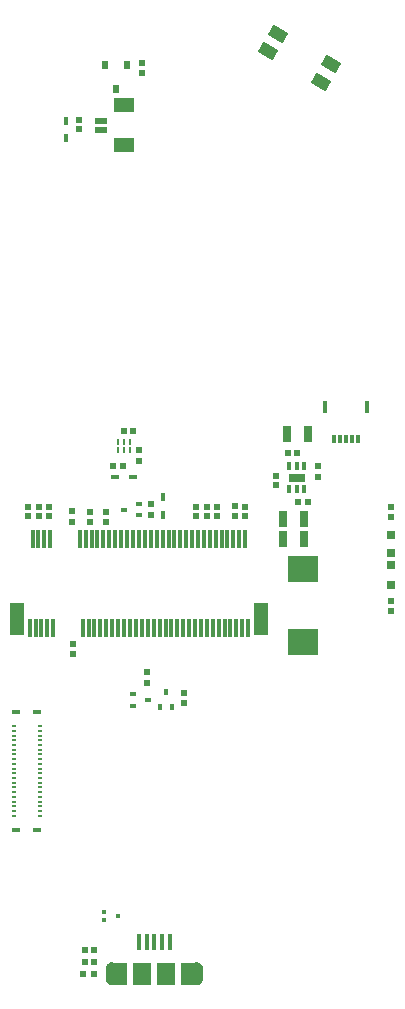
<source format=gtp>
%FSTAX23Y23*%
%MOIN*%
%SFA1B1*%

%IPPOS*%
%AMD21*
4,1,8,0.008300,0.009800,-0.008300,0.009800,-0.010800,0.007300,-0.010800,-0.007300,-0.008300,-0.009800,0.008300,-0.009800,0.010800,-0.007300,0.010800,0.007300,0.008300,0.009800,0.0*
1,1,0.005000,0.008300,0.007300*
1,1,0.005000,-0.008300,0.007300*
1,1,0.005000,-0.008300,-0.007300*
1,1,0.005000,0.008300,-0.007300*
%
%AMD25*
4,1,8,-0.009800,0.008300,-0.009800,-0.008300,-0.007300,-0.010800,0.007300,-0.010800,0.009800,-0.008300,0.009800,0.008300,0.007300,0.010800,-0.007300,0.010800,-0.009800,0.008300,0.0*
1,1,0.005000,-0.007300,0.008300*
1,1,0.005000,-0.007300,-0.008300*
1,1,0.005000,0.007300,-0.008300*
1,1,0.005000,0.007300,0.008300*
%
%AMD36*
4,1,8,-0.014900,0.021900,-0.014900,-0.021900,-0.011200,-0.025600,0.011200,-0.025600,0.014900,-0.021900,0.014900,0.021900,0.011200,0.025600,-0.011200,0.025600,-0.014900,0.021900,0.0*
1,1,0.007400,-0.011200,0.021900*
1,1,0.007400,-0.011200,-0.021900*
1,1,0.007400,0.011200,-0.021900*
1,1,0.007400,0.011200,0.021900*
%
%AMD44*
4,1,4,-0.034500,-0.002800,0.014800,-0.031300,0.034500,0.002800,-0.014800,0.031300,-0.034500,-0.002800,0.0*
%
%ADD17C,0.019700*%
%ADD18R,0.059100X0.074800*%
%ADD19R,0.015700X0.053100*%
%ADD20R,0.016500X0.025200*%
G04~CAMADD=21~8~0.0~0.0~217.0~197.0~25.0~0.0~15~0.0~0.0~0.0~0.0~0~0.0~0.0~0.0~0.0~0~0.0~0.0~0.0~0.0~217.0~197.0*
%ADD21D21*%
%ADD22R,0.025200X0.016500*%
%ADD23R,0.020100X0.015700*%
%ADD24R,0.009800X0.020700*%
G04~CAMADD=25~8~0.0~0.0~217.0~197.0~25.0~0.0~15~0.0~0.0~0.0~0.0~0~0.0~0.0~0.0~0.0~0~0.0~0.0~0.0~90.0~196.0~216.0*
%ADD25D25*%
%ADD26R,0.022800X0.021300*%
%ADD27R,0.023600X0.031500*%
%ADD28R,0.015700X0.020100*%
%ADD29R,0.014200X0.013000*%
%ADD30R,0.098400X0.090600*%
%ADD31R,0.066900X0.047200*%
%ADD32R,0.039400X0.019700*%
%ADD33R,0.021300X0.022800*%
%ADD34R,0.013800X0.029500*%
%ADD35R,0.057100X0.025600*%
G04~CAMADD=36~8~0.0~0.0~512.0~299.0~37.0~0.0~15~0.0~0.0~0.0~0.0~0~0.0~0.0~0.0~0.0~0~0.0~0.0~0.0~90.0~298.0~512.0*
%ADD36D36*%
%ADD37R,0.031500X0.031500*%
%ADD38R,0.011800X0.061000*%
%ADD39R,0.047200X0.108300*%
%ADD40R,0.029500X0.011800*%
%ADD41R,0.016500X0.009100*%
%ADD42R,0.011800X0.039400*%
%ADD43R,0.011800X0.027600*%
G04~CAMADD=44~9~0.0~0.0~571.0~394.0~0.0~0.0~0~0.0~0.0~0.0~0.0~0~0.0~0.0~0.0~0.0~0~0.0~0.0~0.0~150.0~690.0~625.0*
%ADD44D44*%
%LNright_board-1*%
%LPD*%
G36*
X0285Y01207D02*
X0283D01*
Y01242*
X0285*
Y01207*
G37*
G36*
X03153D02*
X03133D01*
Y01242*
X03153*
Y01207*
G37*
G54D17*
X03143Y01242D02*
D01*
X03143Y01243*
X03143Y01243*
X03143Y01244*
X03143Y01245*
X03142Y01245*
X03142Y01246*
X03142Y01247*
X03141Y01247*
X03141Y01248*
X03141Y01248*
X0314Y01249*
X0314Y01249*
X03139Y0125*
X03139Y0125*
X03138Y01251*
X03137Y01251*
X03137Y01251*
X03136Y01251*
X03135Y01252*
X03135Y01252*
X03134Y01252*
X03133Y01252*
X03133*
X03132Y01252*
X03131Y01252*
X03131Y01252*
X0313Y01251*
X03129Y01251*
X03129Y01251*
X03128Y01251*
X03128Y0125*
X03127Y0125*
X03127Y01249*
X03126Y01249*
X03126Y01248*
X03125Y01248*
X03125Y01247*
X03124Y01247*
X03124Y01246*
X03124Y01245*
X03124Y01245*
X03124Y01244*
X03123Y01243*
X03123Y01243*
X03123Y01242*
X03123Y01241*
X03123Y01241*
X03124Y0124*
X03124Y01239*
X03124Y01239*
X03124Y01238*
X03124Y01237*
X03125Y01237*
X03125Y01236*
X03126Y01236*
X03126Y01235*
X03127Y01235*
X03127Y01234*
X03128Y01234*
X03128Y01234*
X03129Y01233*
X03129Y01233*
X0313Y01233*
X03131Y01233*
X03131Y01232*
X03132Y01232*
X03133Y01232*
X03133*
X03134Y01232*
X03135Y01232*
X03135Y01233*
X03136Y01233*
X03137Y01233*
X03137Y01233*
X03138Y01234*
X03139Y01234*
X03139Y01234*
X0314Y01235*
X0314Y01235*
X03141Y01236*
X03141Y01236*
X03141Y01237*
X03142Y01237*
X03142Y01238*
X03142Y01239*
X03143Y01239*
X03143Y0124*
X03143Y01241*
X03143Y01241*
X03143Y01242*
Y01207D02*
D01*
X03143Y01207*
X03143Y01208*
X03143Y01209*
X03143Y01209*
X03142Y0121*
X03142Y01211*
X03142Y01211*
X03141Y01212*
X03141Y01212*
X03141Y01213*
X0314Y01213*
X0314Y01214*
X03139Y01214*
X03139Y01215*
X03138Y01215*
X03137Y01215*
X03137Y01216*
X03136Y01216*
X03135Y01216*
X03135Y01216*
X03134Y01216*
X03133Y01216*
X03133*
X03132Y01216*
X03131Y01216*
X03131Y01216*
X0313Y01216*
X03129Y01216*
X03129Y01215*
X03128Y01215*
X03128Y01215*
X03127Y01214*
X03127Y01214*
X03126Y01213*
X03126Y01213*
X03125Y01212*
X03125Y01212*
X03124Y01211*
X03124Y01211*
X03124Y0121*
X03124Y01209*
X03124Y01209*
X03123Y01208*
X03123Y01207*
X03123Y01207*
X03123Y01206*
X03123Y01205*
X03124Y01205*
X03124Y01204*
X03124Y01203*
X03124Y01203*
X03124Y01202*
X03125Y01201*
X03125Y01201*
X03126Y012*
X03126Y012*
X03127Y01199*
X03127Y01199*
X03128Y01198*
X03128Y01198*
X03129Y01198*
X03129Y01198*
X0313Y01197*
X03131Y01197*
X03131Y01197*
X03132Y01197*
X03133Y01197*
X03133*
X03134Y01197*
X03135Y01197*
X03135Y01197*
X03136Y01197*
X03137Y01198*
X03137Y01198*
X03138Y01198*
X03139Y01198*
X03139Y01199*
X0314Y01199*
X0314Y012*
X03141Y012*
X03141Y01201*
X03141Y01201*
X03142Y01202*
X03142Y01203*
X03142Y01203*
X03143Y01204*
X03143Y01205*
X03143Y01205*
X03143Y01206*
X03143Y01207*
X02859Y01242D02*
D01*
X02859Y01243*
X02859Y01243*
X02859Y01244*
X02859Y01245*
X02859Y01245*
X02859Y01246*
X02858Y01247*
X02858Y01247*
X02858Y01248*
X02857Y01248*
X02857Y01249*
X02856Y01249*
X02856Y0125*
X02855Y0125*
X02855Y01251*
X02854Y01251*
X02853Y01251*
X02853Y01251*
X02852Y01252*
X02851Y01252*
X02851Y01252*
X0285Y01252*
X02849*
X02849Y01252*
X02848Y01252*
X02847Y01252*
X02847Y01251*
X02846Y01251*
X02845Y01251*
X02845Y01251*
X02844Y0125*
X02844Y0125*
X02843Y01249*
X02843Y01249*
X02842Y01248*
X02842Y01248*
X02841Y01247*
X02841Y01247*
X02841Y01246*
X0284Y01245*
X0284Y01245*
X0284Y01244*
X0284Y01243*
X0284Y01243*
X0284Y01242*
X0284Y01241*
X0284Y01241*
X0284Y0124*
X0284Y01239*
X0284Y01239*
X02841Y01238*
X02841Y01237*
X02841Y01237*
X02842Y01236*
X02842Y01236*
X02843Y01235*
X02843Y01235*
X02844Y01234*
X02844Y01234*
X02845Y01234*
X02845Y01233*
X02846Y01233*
X02847Y01233*
X02847Y01233*
X02848Y01232*
X02849Y01232*
X02849Y01232*
X0285*
X02851Y01232*
X02851Y01232*
X02852Y01233*
X02853Y01233*
X02853Y01233*
X02854Y01233*
X02855Y01234*
X02855Y01234*
X02856Y01234*
X02856Y01235*
X02857Y01235*
X02857Y01236*
X02858Y01236*
X02858Y01237*
X02858Y01237*
X02859Y01238*
X02859Y01239*
X02859Y01239*
X02859Y0124*
X02859Y01241*
X02859Y01241*
X02859Y01242*
Y01207D02*
D01*
X02859Y01207*
X02859Y01208*
X02859Y01209*
X02859Y01209*
X02859Y0121*
X02859Y01211*
X02858Y01211*
X02858Y01212*
X02858Y01212*
X02857Y01213*
X02857Y01213*
X02856Y01214*
X02856Y01214*
X02855Y01215*
X02855Y01215*
X02854Y01215*
X02853Y01216*
X02853Y01216*
X02852Y01216*
X02851Y01216*
X02851Y01216*
X0285Y01216*
X02849*
X02849Y01216*
X02848Y01216*
X02847Y01216*
X02847Y01216*
X02846Y01216*
X02845Y01215*
X02845Y01215*
X02844Y01215*
X02844Y01214*
X02843Y01214*
X02843Y01213*
X02842Y01213*
X02842Y01212*
X02841Y01212*
X02841Y01211*
X02841Y01211*
X0284Y0121*
X0284Y01209*
X0284Y01209*
X0284Y01208*
X0284Y01207*
X0284Y01207*
X0284Y01206*
X0284Y01205*
X0284Y01205*
X0284Y01204*
X0284Y01203*
X02841Y01203*
X02841Y01202*
X02841Y01201*
X02842Y01201*
X02842Y012*
X02843Y012*
X02843Y01199*
X02844Y01199*
X02844Y01198*
X02845Y01198*
X02845Y01198*
X02846Y01198*
X02847Y01197*
X02847Y01197*
X02848Y01197*
X02849Y01197*
X02849Y01197*
X0285*
X02851Y01197*
X02851Y01197*
X02852Y01197*
X02853Y01197*
X02853Y01198*
X02854Y01198*
X02855Y01198*
X02855Y01198*
X02856Y01199*
X02856Y01199*
X02857Y012*
X02857Y012*
X02858Y01201*
X02858Y01201*
X02858Y01202*
X02859Y01203*
X02859Y01203*
X02859Y01204*
X02859Y01205*
X02859Y01205*
X02859Y01206*
X02859Y01207*
G54D18*
X03031Y01224D03*
X02952D03*
X02871D03*
X03111D03*
G54D19*
X03043Y01331D03*
X03017D03*
X02991D03*
X02966D03*
X0294D03*
G54D20*
X0302Y02812D03*
Y02753D03*
X02696Y04068D03*
Y04009D03*
G54D21*
X02716Y02765D03*
Y0273D03*
X0298Y02789D03*
Y02753D03*
X02939Y02934D03*
Y02969D03*
X02952Y04261D03*
Y04226D03*
X03091Y02126D03*
Y02161D03*
X02968Y0223D03*
Y02194D03*
X0378Y02781D03*
Y02746D03*
X03537Y02915D03*
Y02879D03*
X0378Y02468D03*
Y02433D03*
X02776Y02729D03*
Y02764D03*
X02722Y02289D03*
Y02324D03*
X02829Y02764D03*
Y02729D03*
G54D22*
X0292Y02879D03*
X02861D03*
G54D23*
X02942Y02752D03*
Y02791D03*
X02891Y02771D03*
X02971Y02137D03*
X0292Y02118D03*
Y02157D03*
G54D24*
X02871Y02969D03*
X0289D03*
X0291D03*
Y02998D03*
X0289D03*
X02871D03*
G54D25*
X02888Y02917D03*
X02853D03*
X02755Y01224D03*
X02791D03*
X03504Y02795D03*
X03469D03*
G54D26*
X02921Y03034D03*
X02891D03*
X02759Y01262D03*
X0279D03*
X02759Y01302D03*
X0279D03*
X03467Y02961D03*
X03436D03*
G54D27*
X02864Y04174D03*
X02826Y04253D03*
X02901D03*
G54D28*
X03032Y02163D03*
X03052Y02112D03*
X03012D03*
G54D29*
X0287Y01417D03*
X02824Y01403D03*
Y01431D03*
G54D30*
X03487Y0233D03*
Y02574D03*
G54D31*
X0289Y03986D03*
Y0412D03*
G54D32*
X02813Y04037D03*
Y04068D03*
G54D33*
X0274Y04039D03*
Y0407D03*
X03398Y02883D03*
Y02852D03*
X0313Y02781D03*
Y02751D03*
X02642Y02781D03*
Y02751D03*
X02606Y02781D03*
Y02751D03*
X02569Y02781D03*
Y02751D03*
X03295Y02781D03*
Y02751D03*
X03259Y02782D03*
Y02751D03*
X03201Y02781D03*
Y02751D03*
X03166Y02781D03*
Y02751D03*
G54D34*
X0344Y02839D03*
X03466D03*
X03492D03*
Y02918D03*
X03466D03*
X0344D03*
G54D35*
X03466Y02878D03*
G54D36*
X03503Y03022D03*
X03433D03*
X0342Y0274D03*
X0349D03*
Y02673D03*
X0342D03*
G54D37*
X03781Y02628D03*
Y02687D03*
Y0252D03*
Y02585D03*
G54D38*
X02792Y02376D03*
X02576D03*
X02596D03*
X02615D03*
X02635D03*
X02655D03*
X02753D03*
X02773D03*
X02812D03*
X02832D03*
X02852D03*
X02783Y02674D03*
X02586D03*
X02605D03*
X02625D03*
X02645D03*
X02743D03*
X02763D03*
X02802D03*
X02822D03*
X02842D03*
X02861D03*
X02871Y02376D03*
X02881Y02674D03*
X02891Y02376D03*
X02901Y02674D03*
X02911Y02376D03*
X0292Y02674D03*
X0293Y02376D03*
X0294Y02674D03*
X0295Y02376D03*
X0296Y02674D03*
X0297Y02376D03*
X02979Y02674D03*
X02989Y02376D03*
X02999Y02674D03*
X03009Y02376D03*
X03019Y02674D03*
X03029Y02376D03*
X03039Y02674D03*
X03048Y02376D03*
X03058Y02674D03*
X03068Y02376D03*
X03078Y02674D03*
X03088Y02376D03*
X03098Y02674D03*
X03107Y02376D03*
X03117Y02674D03*
X03127Y02376D03*
X03137Y02674D03*
X03147Y02376D03*
X03157Y02674D03*
X03166Y02376D03*
X03176Y02674D03*
X03186Y02376D03*
X03196Y02674D03*
X03206Y02376D03*
X03216Y02674D03*
X03226Y02376D03*
X03235Y02674D03*
X03245Y02376D03*
X03255Y02674D03*
X03265Y02376D03*
X03275Y02674D03*
X03285Y02376D03*
X03294Y02674D03*
X03304Y02376D03*
G54D39*
X02533Y02407D03*
X03348D03*
G54D40*
X02529Y01703D03*
X02602D03*
X02529Y02097D03*
X02602D03*
G54D41*
X02523Y0175D03*
X02609D03*
X02523Y01766D03*
X02609D03*
X02523Y01782D03*
X02609D03*
X02523Y01797D03*
X02609D03*
X02523Y01813D03*
X02609D03*
X02523Y01829D03*
X02609D03*
X02523Y01845D03*
X02609D03*
X02523Y0186D03*
X02609D03*
X02523Y01876D03*
X02609D03*
X02523Y01892D03*
X02609D03*
X02523Y01908D03*
X02609D03*
X02523Y01923D03*
X02609D03*
X02523Y01939D03*
X02609D03*
X02523Y01955D03*
X02609D03*
X02523Y01971D03*
X02609D03*
X02523Y01986D03*
X02609D03*
X02523Y02002D03*
X02609D03*
X02523Y02018D03*
X02609D03*
X02523Y02034D03*
X02609D03*
X02523Y02049D03*
X02609D03*
G54D42*
X0356Y03112D03*
X037D03*
G54D43*
X03591Y03007D03*
X0361D03*
X0363D03*
X0365D03*
X03669D03*
G54D44*
X03404Y04358D03*
X0337Y043D03*
X03579Y04256D03*
X03546Y04198D03*
M02*
</source>
